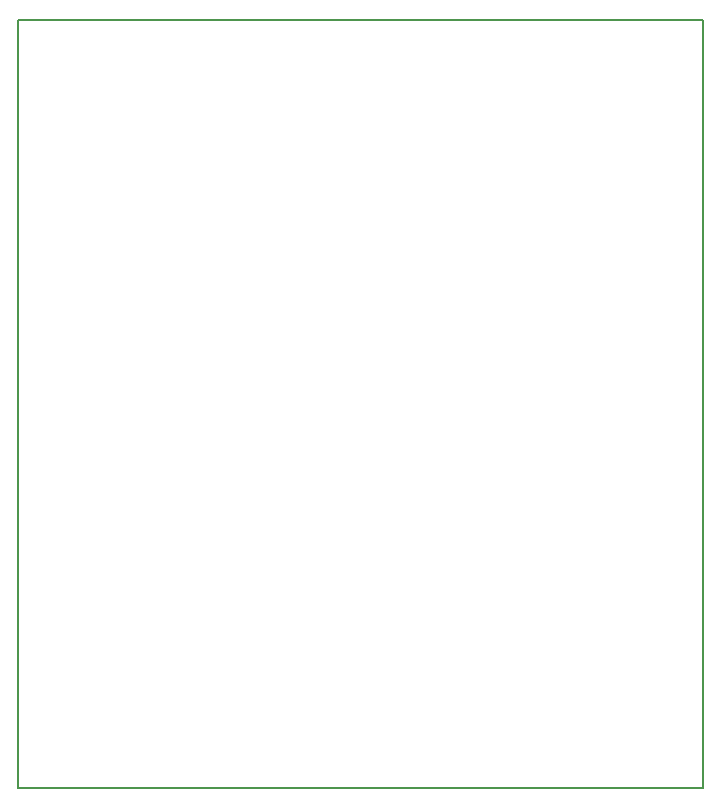
<source format=gm1>
G04 #@! TF.FileFunction,Profile,NP*
%FSLAX46Y46*%
G04 Gerber Fmt 4.6, Leading zero omitted, Abs format (unit mm)*
G04 Created by KiCad (PCBNEW 4.0.6) date 07/13/17 22:09:39*
%MOMM*%
%LPD*%
G01*
G04 APERTURE LIST*
%ADD10C,0.100000*%
%ADD11C,0.150000*%
G04 APERTURE END LIST*
D10*
D11*
X24250000Y-82500000D02*
X82000000Y-82500000D01*
X24250000Y-147500000D02*
X82000000Y-147500000D01*
X82000000Y-82500000D02*
X82250000Y-82500000D01*
X82250000Y-147500000D02*
X82000000Y-147500000D01*
X24250000Y-147500000D02*
X24250000Y-82500000D01*
X82250000Y-82500000D02*
X82250000Y-147500000D01*
M02*

</source>
